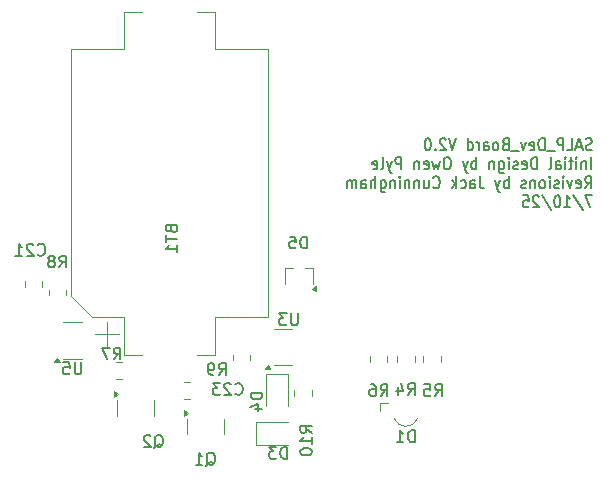
<source format=gbr>
%TF.GenerationSoftware,KiCad,Pcbnew,8.0.3*%
%TF.CreationDate,2025-07-10T12:51:07-07:00*%
%TF.ProjectId,salp_board_round,73616c70-5f62-46f6-9172-645f726f756e,rev?*%
%TF.SameCoordinates,Original*%
%TF.FileFunction,Legend,Bot*%
%TF.FilePolarity,Positive*%
%FSLAX46Y46*%
G04 Gerber Fmt 4.6, Leading zero omitted, Abs format (unit mm)*
G04 Created by KiCad (PCBNEW 8.0.3) date 2025-07-10 12:51:07*
%MOMM*%
%LPD*%
G01*
G04 APERTURE LIST*
%ADD10C,0.153000*%
%ADD11C,0.150000*%
%ADD12C,0.120000*%
G04 APERTURE END LIST*
D10*
X192227914Y-86992212D02*
X192099343Y-87039831D01*
X192099343Y-87039831D02*
X191885057Y-87039831D01*
X191885057Y-87039831D02*
X191799343Y-86992212D01*
X191799343Y-86992212D02*
X191756485Y-86944592D01*
X191756485Y-86944592D02*
X191713628Y-86849354D01*
X191713628Y-86849354D02*
X191713628Y-86754116D01*
X191713628Y-86754116D02*
X191756485Y-86658878D01*
X191756485Y-86658878D02*
X191799343Y-86611259D01*
X191799343Y-86611259D02*
X191885057Y-86563640D01*
X191885057Y-86563640D02*
X192056485Y-86516021D01*
X192056485Y-86516021D02*
X192142200Y-86468402D01*
X192142200Y-86468402D02*
X192185057Y-86420783D01*
X192185057Y-86420783D02*
X192227914Y-86325545D01*
X192227914Y-86325545D02*
X192227914Y-86230307D01*
X192227914Y-86230307D02*
X192185057Y-86135069D01*
X192185057Y-86135069D02*
X192142200Y-86087450D01*
X192142200Y-86087450D02*
X192056485Y-86039831D01*
X192056485Y-86039831D02*
X191842200Y-86039831D01*
X191842200Y-86039831D02*
X191713628Y-86087450D01*
X191370771Y-86754116D02*
X190942200Y-86754116D01*
X191456485Y-87039831D02*
X191156485Y-86039831D01*
X191156485Y-86039831D02*
X190856485Y-87039831D01*
X190127913Y-87039831D02*
X190556485Y-87039831D01*
X190556485Y-87039831D02*
X190556485Y-86039831D01*
X189827914Y-87039831D02*
X189827914Y-86039831D01*
X189827914Y-86039831D02*
X189485057Y-86039831D01*
X189485057Y-86039831D02*
X189399342Y-86087450D01*
X189399342Y-86087450D02*
X189356485Y-86135069D01*
X189356485Y-86135069D02*
X189313628Y-86230307D01*
X189313628Y-86230307D02*
X189313628Y-86373164D01*
X189313628Y-86373164D02*
X189356485Y-86468402D01*
X189356485Y-86468402D02*
X189399342Y-86516021D01*
X189399342Y-86516021D02*
X189485057Y-86563640D01*
X189485057Y-86563640D02*
X189827914Y-86563640D01*
X189142200Y-87135069D02*
X188456485Y-87135069D01*
X188242200Y-87039831D02*
X188242200Y-86039831D01*
X188242200Y-86039831D02*
X188027914Y-86039831D01*
X188027914Y-86039831D02*
X187899343Y-86087450D01*
X187899343Y-86087450D02*
X187813628Y-86182688D01*
X187813628Y-86182688D02*
X187770771Y-86277926D01*
X187770771Y-86277926D02*
X187727914Y-86468402D01*
X187727914Y-86468402D02*
X187727914Y-86611259D01*
X187727914Y-86611259D02*
X187770771Y-86801735D01*
X187770771Y-86801735D02*
X187813628Y-86896973D01*
X187813628Y-86896973D02*
X187899343Y-86992212D01*
X187899343Y-86992212D02*
X188027914Y-87039831D01*
X188027914Y-87039831D02*
X188242200Y-87039831D01*
X186999343Y-86992212D02*
X187085057Y-87039831D01*
X187085057Y-87039831D02*
X187256486Y-87039831D01*
X187256486Y-87039831D02*
X187342200Y-86992212D01*
X187342200Y-86992212D02*
X187385057Y-86896973D01*
X187385057Y-86896973D02*
X187385057Y-86516021D01*
X187385057Y-86516021D02*
X187342200Y-86420783D01*
X187342200Y-86420783D02*
X187256486Y-86373164D01*
X187256486Y-86373164D02*
X187085057Y-86373164D01*
X187085057Y-86373164D02*
X186999343Y-86420783D01*
X186999343Y-86420783D02*
X186956486Y-86516021D01*
X186956486Y-86516021D02*
X186956486Y-86611259D01*
X186956486Y-86611259D02*
X187385057Y-86706497D01*
X186656485Y-86373164D02*
X186442199Y-87039831D01*
X186442199Y-87039831D02*
X186227914Y-86373164D01*
X186099343Y-87135069D02*
X185413628Y-87135069D01*
X184899343Y-86516021D02*
X184770771Y-86563640D01*
X184770771Y-86563640D02*
X184727914Y-86611259D01*
X184727914Y-86611259D02*
X184685057Y-86706497D01*
X184685057Y-86706497D02*
X184685057Y-86849354D01*
X184685057Y-86849354D02*
X184727914Y-86944592D01*
X184727914Y-86944592D02*
X184770771Y-86992212D01*
X184770771Y-86992212D02*
X184856486Y-87039831D01*
X184856486Y-87039831D02*
X185199343Y-87039831D01*
X185199343Y-87039831D02*
X185199343Y-86039831D01*
X185199343Y-86039831D02*
X184899343Y-86039831D01*
X184899343Y-86039831D02*
X184813629Y-86087450D01*
X184813629Y-86087450D02*
X184770771Y-86135069D01*
X184770771Y-86135069D02*
X184727914Y-86230307D01*
X184727914Y-86230307D02*
X184727914Y-86325545D01*
X184727914Y-86325545D02*
X184770771Y-86420783D01*
X184770771Y-86420783D02*
X184813629Y-86468402D01*
X184813629Y-86468402D02*
X184899343Y-86516021D01*
X184899343Y-86516021D02*
X185199343Y-86516021D01*
X184170771Y-87039831D02*
X184256486Y-86992212D01*
X184256486Y-86992212D02*
X184299343Y-86944592D01*
X184299343Y-86944592D02*
X184342200Y-86849354D01*
X184342200Y-86849354D02*
X184342200Y-86563640D01*
X184342200Y-86563640D02*
X184299343Y-86468402D01*
X184299343Y-86468402D02*
X184256486Y-86420783D01*
X184256486Y-86420783D02*
X184170771Y-86373164D01*
X184170771Y-86373164D02*
X184042200Y-86373164D01*
X184042200Y-86373164D02*
X183956486Y-86420783D01*
X183956486Y-86420783D02*
X183913629Y-86468402D01*
X183913629Y-86468402D02*
X183870771Y-86563640D01*
X183870771Y-86563640D02*
X183870771Y-86849354D01*
X183870771Y-86849354D02*
X183913629Y-86944592D01*
X183913629Y-86944592D02*
X183956486Y-86992212D01*
X183956486Y-86992212D02*
X184042200Y-87039831D01*
X184042200Y-87039831D02*
X184170771Y-87039831D01*
X183099343Y-87039831D02*
X183099343Y-86516021D01*
X183099343Y-86516021D02*
X183142200Y-86420783D01*
X183142200Y-86420783D02*
X183227914Y-86373164D01*
X183227914Y-86373164D02*
X183399343Y-86373164D01*
X183399343Y-86373164D02*
X183485057Y-86420783D01*
X183099343Y-86992212D02*
X183185057Y-87039831D01*
X183185057Y-87039831D02*
X183399343Y-87039831D01*
X183399343Y-87039831D02*
X183485057Y-86992212D01*
X183485057Y-86992212D02*
X183527914Y-86896973D01*
X183527914Y-86896973D02*
X183527914Y-86801735D01*
X183527914Y-86801735D02*
X183485057Y-86706497D01*
X183485057Y-86706497D02*
X183399343Y-86658878D01*
X183399343Y-86658878D02*
X183185057Y-86658878D01*
X183185057Y-86658878D02*
X183099343Y-86611259D01*
X182670771Y-87039831D02*
X182670771Y-86373164D01*
X182670771Y-86563640D02*
X182627914Y-86468402D01*
X182627914Y-86468402D02*
X182585057Y-86420783D01*
X182585057Y-86420783D02*
X182499342Y-86373164D01*
X182499342Y-86373164D02*
X182413628Y-86373164D01*
X181727914Y-87039831D02*
X181727914Y-86039831D01*
X181727914Y-86992212D02*
X181813628Y-87039831D01*
X181813628Y-87039831D02*
X181985056Y-87039831D01*
X181985056Y-87039831D02*
X182070771Y-86992212D01*
X182070771Y-86992212D02*
X182113628Y-86944592D01*
X182113628Y-86944592D02*
X182156485Y-86849354D01*
X182156485Y-86849354D02*
X182156485Y-86563640D01*
X182156485Y-86563640D02*
X182113628Y-86468402D01*
X182113628Y-86468402D02*
X182070771Y-86420783D01*
X182070771Y-86420783D02*
X181985056Y-86373164D01*
X181985056Y-86373164D02*
X181813628Y-86373164D01*
X181813628Y-86373164D02*
X181727914Y-86420783D01*
X180742199Y-86039831D02*
X180442199Y-87039831D01*
X180442199Y-87039831D02*
X180142199Y-86039831D01*
X179885056Y-86135069D02*
X179842199Y-86087450D01*
X179842199Y-86087450D02*
X179756485Y-86039831D01*
X179756485Y-86039831D02*
X179542199Y-86039831D01*
X179542199Y-86039831D02*
X179456485Y-86087450D01*
X179456485Y-86087450D02*
X179413627Y-86135069D01*
X179413627Y-86135069D02*
X179370770Y-86230307D01*
X179370770Y-86230307D02*
X179370770Y-86325545D01*
X179370770Y-86325545D02*
X179413627Y-86468402D01*
X179413627Y-86468402D02*
X179927913Y-87039831D01*
X179927913Y-87039831D02*
X179370770Y-87039831D01*
X178985056Y-86944592D02*
X178942199Y-86992212D01*
X178942199Y-86992212D02*
X178985056Y-87039831D01*
X178985056Y-87039831D02*
X179027913Y-86992212D01*
X179027913Y-86992212D02*
X178985056Y-86944592D01*
X178985056Y-86944592D02*
X178985056Y-87039831D01*
X178385056Y-86039831D02*
X178299342Y-86039831D01*
X178299342Y-86039831D02*
X178213628Y-86087450D01*
X178213628Y-86087450D02*
X178170771Y-86135069D01*
X178170771Y-86135069D02*
X178127913Y-86230307D01*
X178127913Y-86230307D02*
X178085056Y-86420783D01*
X178085056Y-86420783D02*
X178085056Y-86658878D01*
X178085056Y-86658878D02*
X178127913Y-86849354D01*
X178127913Y-86849354D02*
X178170771Y-86944592D01*
X178170771Y-86944592D02*
X178213628Y-86992212D01*
X178213628Y-86992212D02*
X178299342Y-87039831D01*
X178299342Y-87039831D02*
X178385056Y-87039831D01*
X178385056Y-87039831D02*
X178470771Y-86992212D01*
X178470771Y-86992212D02*
X178513628Y-86944592D01*
X178513628Y-86944592D02*
X178556485Y-86849354D01*
X178556485Y-86849354D02*
X178599342Y-86658878D01*
X178599342Y-86658878D02*
X178599342Y-86420783D01*
X178599342Y-86420783D02*
X178556485Y-86230307D01*
X178556485Y-86230307D02*
X178513628Y-86135069D01*
X178513628Y-86135069D02*
X178470771Y-86087450D01*
X178470771Y-86087450D02*
X178385056Y-86039831D01*
X192185057Y-88649775D02*
X192185057Y-87649775D01*
X191756486Y-87983108D02*
X191756486Y-88649775D01*
X191756486Y-88078346D02*
X191713629Y-88030727D01*
X191713629Y-88030727D02*
X191627914Y-87983108D01*
X191627914Y-87983108D02*
X191499343Y-87983108D01*
X191499343Y-87983108D02*
X191413629Y-88030727D01*
X191413629Y-88030727D02*
X191370772Y-88125965D01*
X191370772Y-88125965D02*
X191370772Y-88649775D01*
X190942200Y-88649775D02*
X190942200Y-87983108D01*
X190942200Y-87649775D02*
X190985057Y-87697394D01*
X190985057Y-87697394D02*
X190942200Y-87745013D01*
X190942200Y-87745013D02*
X190899343Y-87697394D01*
X190899343Y-87697394D02*
X190942200Y-87649775D01*
X190942200Y-87649775D02*
X190942200Y-87745013D01*
X190642200Y-87983108D02*
X190299343Y-87983108D01*
X190513629Y-87649775D02*
X190513629Y-88506917D01*
X190513629Y-88506917D02*
X190470772Y-88602156D01*
X190470772Y-88602156D02*
X190385057Y-88649775D01*
X190385057Y-88649775D02*
X190299343Y-88649775D01*
X189999343Y-88649775D02*
X189999343Y-87983108D01*
X189999343Y-87649775D02*
X190042200Y-87697394D01*
X190042200Y-87697394D02*
X189999343Y-87745013D01*
X189999343Y-87745013D02*
X189956486Y-87697394D01*
X189956486Y-87697394D02*
X189999343Y-87649775D01*
X189999343Y-87649775D02*
X189999343Y-87745013D01*
X189185058Y-88649775D02*
X189185058Y-88125965D01*
X189185058Y-88125965D02*
X189227915Y-88030727D01*
X189227915Y-88030727D02*
X189313629Y-87983108D01*
X189313629Y-87983108D02*
X189485058Y-87983108D01*
X189485058Y-87983108D02*
X189570772Y-88030727D01*
X189185058Y-88602156D02*
X189270772Y-88649775D01*
X189270772Y-88649775D02*
X189485058Y-88649775D01*
X189485058Y-88649775D02*
X189570772Y-88602156D01*
X189570772Y-88602156D02*
X189613629Y-88506917D01*
X189613629Y-88506917D02*
X189613629Y-88411679D01*
X189613629Y-88411679D02*
X189570772Y-88316441D01*
X189570772Y-88316441D02*
X189485058Y-88268822D01*
X189485058Y-88268822D02*
X189270772Y-88268822D01*
X189270772Y-88268822D02*
X189185058Y-88221203D01*
X188627914Y-88649775D02*
X188713629Y-88602156D01*
X188713629Y-88602156D02*
X188756486Y-88506917D01*
X188756486Y-88506917D02*
X188756486Y-87649775D01*
X187599343Y-88649775D02*
X187599343Y-87649775D01*
X187599343Y-87649775D02*
X187385057Y-87649775D01*
X187385057Y-87649775D02*
X187256486Y-87697394D01*
X187256486Y-87697394D02*
X187170771Y-87792632D01*
X187170771Y-87792632D02*
X187127914Y-87887870D01*
X187127914Y-87887870D02*
X187085057Y-88078346D01*
X187085057Y-88078346D02*
X187085057Y-88221203D01*
X187085057Y-88221203D02*
X187127914Y-88411679D01*
X187127914Y-88411679D02*
X187170771Y-88506917D01*
X187170771Y-88506917D02*
X187256486Y-88602156D01*
X187256486Y-88602156D02*
X187385057Y-88649775D01*
X187385057Y-88649775D02*
X187599343Y-88649775D01*
X186356486Y-88602156D02*
X186442200Y-88649775D01*
X186442200Y-88649775D02*
X186613629Y-88649775D01*
X186613629Y-88649775D02*
X186699343Y-88602156D01*
X186699343Y-88602156D02*
X186742200Y-88506917D01*
X186742200Y-88506917D02*
X186742200Y-88125965D01*
X186742200Y-88125965D02*
X186699343Y-88030727D01*
X186699343Y-88030727D02*
X186613629Y-87983108D01*
X186613629Y-87983108D02*
X186442200Y-87983108D01*
X186442200Y-87983108D02*
X186356486Y-88030727D01*
X186356486Y-88030727D02*
X186313629Y-88125965D01*
X186313629Y-88125965D02*
X186313629Y-88221203D01*
X186313629Y-88221203D02*
X186742200Y-88316441D01*
X185970771Y-88602156D02*
X185885057Y-88649775D01*
X185885057Y-88649775D02*
X185713628Y-88649775D01*
X185713628Y-88649775D02*
X185627914Y-88602156D01*
X185627914Y-88602156D02*
X185585057Y-88506917D01*
X185585057Y-88506917D02*
X185585057Y-88459298D01*
X185585057Y-88459298D02*
X185627914Y-88364060D01*
X185627914Y-88364060D02*
X185713628Y-88316441D01*
X185713628Y-88316441D02*
X185842200Y-88316441D01*
X185842200Y-88316441D02*
X185927914Y-88268822D01*
X185927914Y-88268822D02*
X185970771Y-88173584D01*
X185970771Y-88173584D02*
X185970771Y-88125965D01*
X185970771Y-88125965D02*
X185927914Y-88030727D01*
X185927914Y-88030727D02*
X185842200Y-87983108D01*
X185842200Y-87983108D02*
X185713628Y-87983108D01*
X185713628Y-87983108D02*
X185627914Y-88030727D01*
X185199343Y-88649775D02*
X185199343Y-87983108D01*
X185199343Y-87649775D02*
X185242200Y-87697394D01*
X185242200Y-87697394D02*
X185199343Y-87745013D01*
X185199343Y-87745013D02*
X185156486Y-87697394D01*
X185156486Y-87697394D02*
X185199343Y-87649775D01*
X185199343Y-87649775D02*
X185199343Y-87745013D01*
X184385058Y-87983108D02*
X184385058Y-88792632D01*
X184385058Y-88792632D02*
X184427915Y-88887870D01*
X184427915Y-88887870D02*
X184470772Y-88935489D01*
X184470772Y-88935489D02*
X184556486Y-88983108D01*
X184556486Y-88983108D02*
X184685058Y-88983108D01*
X184685058Y-88983108D02*
X184770772Y-88935489D01*
X184385058Y-88602156D02*
X184470772Y-88649775D01*
X184470772Y-88649775D02*
X184642200Y-88649775D01*
X184642200Y-88649775D02*
X184727915Y-88602156D01*
X184727915Y-88602156D02*
X184770772Y-88554536D01*
X184770772Y-88554536D02*
X184813629Y-88459298D01*
X184813629Y-88459298D02*
X184813629Y-88173584D01*
X184813629Y-88173584D02*
X184770772Y-88078346D01*
X184770772Y-88078346D02*
X184727915Y-88030727D01*
X184727915Y-88030727D02*
X184642200Y-87983108D01*
X184642200Y-87983108D02*
X184470772Y-87983108D01*
X184470772Y-87983108D02*
X184385058Y-88030727D01*
X183956486Y-87983108D02*
X183956486Y-88649775D01*
X183956486Y-88078346D02*
X183913629Y-88030727D01*
X183913629Y-88030727D02*
X183827914Y-87983108D01*
X183827914Y-87983108D02*
X183699343Y-87983108D01*
X183699343Y-87983108D02*
X183613629Y-88030727D01*
X183613629Y-88030727D02*
X183570772Y-88125965D01*
X183570772Y-88125965D02*
X183570772Y-88649775D01*
X182456486Y-88649775D02*
X182456486Y-87649775D01*
X182456486Y-88030727D02*
X182370772Y-87983108D01*
X182370772Y-87983108D02*
X182199343Y-87983108D01*
X182199343Y-87983108D02*
X182113629Y-88030727D01*
X182113629Y-88030727D02*
X182070772Y-88078346D01*
X182070772Y-88078346D02*
X182027914Y-88173584D01*
X182027914Y-88173584D02*
X182027914Y-88459298D01*
X182027914Y-88459298D02*
X182070772Y-88554536D01*
X182070772Y-88554536D02*
X182113629Y-88602156D01*
X182113629Y-88602156D02*
X182199343Y-88649775D01*
X182199343Y-88649775D02*
X182370772Y-88649775D01*
X182370772Y-88649775D02*
X182456486Y-88602156D01*
X181727914Y-87983108D02*
X181513628Y-88649775D01*
X181299343Y-87983108D02*
X181513628Y-88649775D01*
X181513628Y-88649775D02*
X181599343Y-88887870D01*
X181599343Y-88887870D02*
X181642200Y-88935489D01*
X181642200Y-88935489D02*
X181727914Y-88983108D01*
X180099343Y-87649775D02*
X179927915Y-87649775D01*
X179927915Y-87649775D02*
X179842200Y-87697394D01*
X179842200Y-87697394D02*
X179756486Y-87792632D01*
X179756486Y-87792632D02*
X179713629Y-87983108D01*
X179713629Y-87983108D02*
X179713629Y-88316441D01*
X179713629Y-88316441D02*
X179756486Y-88506917D01*
X179756486Y-88506917D02*
X179842200Y-88602156D01*
X179842200Y-88602156D02*
X179927915Y-88649775D01*
X179927915Y-88649775D02*
X180099343Y-88649775D01*
X180099343Y-88649775D02*
X180185058Y-88602156D01*
X180185058Y-88602156D02*
X180270772Y-88506917D01*
X180270772Y-88506917D02*
X180313629Y-88316441D01*
X180313629Y-88316441D02*
X180313629Y-87983108D01*
X180313629Y-87983108D02*
X180270772Y-87792632D01*
X180270772Y-87792632D02*
X180185058Y-87697394D01*
X180185058Y-87697394D02*
X180099343Y-87649775D01*
X179413629Y-87983108D02*
X179242201Y-88649775D01*
X179242201Y-88649775D02*
X179070772Y-88173584D01*
X179070772Y-88173584D02*
X178899343Y-88649775D01*
X178899343Y-88649775D02*
X178727915Y-87983108D01*
X178042201Y-88602156D02*
X178127915Y-88649775D01*
X178127915Y-88649775D02*
X178299344Y-88649775D01*
X178299344Y-88649775D02*
X178385058Y-88602156D01*
X178385058Y-88602156D02*
X178427915Y-88506917D01*
X178427915Y-88506917D02*
X178427915Y-88125965D01*
X178427915Y-88125965D02*
X178385058Y-88030727D01*
X178385058Y-88030727D02*
X178299344Y-87983108D01*
X178299344Y-87983108D02*
X178127915Y-87983108D01*
X178127915Y-87983108D02*
X178042201Y-88030727D01*
X178042201Y-88030727D02*
X177999344Y-88125965D01*
X177999344Y-88125965D02*
X177999344Y-88221203D01*
X177999344Y-88221203D02*
X178427915Y-88316441D01*
X177613629Y-87983108D02*
X177613629Y-88649775D01*
X177613629Y-88078346D02*
X177570772Y-88030727D01*
X177570772Y-88030727D02*
X177485057Y-87983108D01*
X177485057Y-87983108D02*
X177356486Y-87983108D01*
X177356486Y-87983108D02*
X177270772Y-88030727D01*
X177270772Y-88030727D02*
X177227915Y-88125965D01*
X177227915Y-88125965D02*
X177227915Y-88649775D01*
X176113629Y-88649775D02*
X176113629Y-87649775D01*
X176113629Y-87649775D02*
X175770772Y-87649775D01*
X175770772Y-87649775D02*
X175685057Y-87697394D01*
X175685057Y-87697394D02*
X175642200Y-87745013D01*
X175642200Y-87745013D02*
X175599343Y-87840251D01*
X175599343Y-87840251D02*
X175599343Y-87983108D01*
X175599343Y-87983108D02*
X175642200Y-88078346D01*
X175642200Y-88078346D02*
X175685057Y-88125965D01*
X175685057Y-88125965D02*
X175770772Y-88173584D01*
X175770772Y-88173584D02*
X176113629Y-88173584D01*
X175299343Y-87983108D02*
X175085057Y-88649775D01*
X174870772Y-87983108D02*
X175085057Y-88649775D01*
X175085057Y-88649775D02*
X175170772Y-88887870D01*
X175170772Y-88887870D02*
X175213629Y-88935489D01*
X175213629Y-88935489D02*
X175299343Y-88983108D01*
X174399343Y-88649775D02*
X174485058Y-88602156D01*
X174485058Y-88602156D02*
X174527915Y-88506917D01*
X174527915Y-88506917D02*
X174527915Y-87649775D01*
X173713629Y-88602156D02*
X173799343Y-88649775D01*
X173799343Y-88649775D02*
X173970772Y-88649775D01*
X173970772Y-88649775D02*
X174056486Y-88602156D01*
X174056486Y-88602156D02*
X174099343Y-88506917D01*
X174099343Y-88506917D02*
X174099343Y-88125965D01*
X174099343Y-88125965D02*
X174056486Y-88030727D01*
X174056486Y-88030727D02*
X173970772Y-87983108D01*
X173970772Y-87983108D02*
X173799343Y-87983108D01*
X173799343Y-87983108D02*
X173713629Y-88030727D01*
X173713629Y-88030727D02*
X173670772Y-88125965D01*
X173670772Y-88125965D02*
X173670772Y-88221203D01*
X173670772Y-88221203D02*
X174099343Y-88316441D01*
X191670771Y-90259719D02*
X191970771Y-89783528D01*
X192185057Y-90259719D02*
X192185057Y-89259719D01*
X192185057Y-89259719D02*
X191842200Y-89259719D01*
X191842200Y-89259719D02*
X191756485Y-89307338D01*
X191756485Y-89307338D02*
X191713628Y-89354957D01*
X191713628Y-89354957D02*
X191670771Y-89450195D01*
X191670771Y-89450195D02*
X191670771Y-89593052D01*
X191670771Y-89593052D02*
X191713628Y-89688290D01*
X191713628Y-89688290D02*
X191756485Y-89735909D01*
X191756485Y-89735909D02*
X191842200Y-89783528D01*
X191842200Y-89783528D02*
X192185057Y-89783528D01*
X190942200Y-90212100D02*
X191027914Y-90259719D01*
X191027914Y-90259719D02*
X191199343Y-90259719D01*
X191199343Y-90259719D02*
X191285057Y-90212100D01*
X191285057Y-90212100D02*
X191327914Y-90116861D01*
X191327914Y-90116861D02*
X191327914Y-89735909D01*
X191327914Y-89735909D02*
X191285057Y-89640671D01*
X191285057Y-89640671D02*
X191199343Y-89593052D01*
X191199343Y-89593052D02*
X191027914Y-89593052D01*
X191027914Y-89593052D02*
X190942200Y-89640671D01*
X190942200Y-89640671D02*
X190899343Y-89735909D01*
X190899343Y-89735909D02*
X190899343Y-89831147D01*
X190899343Y-89831147D02*
X191327914Y-89926385D01*
X190599342Y-89593052D02*
X190385056Y-90259719D01*
X190385056Y-90259719D02*
X190170771Y-89593052D01*
X189827914Y-90259719D02*
X189827914Y-89593052D01*
X189827914Y-89259719D02*
X189870771Y-89307338D01*
X189870771Y-89307338D02*
X189827914Y-89354957D01*
X189827914Y-89354957D02*
X189785057Y-89307338D01*
X189785057Y-89307338D02*
X189827914Y-89259719D01*
X189827914Y-89259719D02*
X189827914Y-89354957D01*
X189442200Y-90212100D02*
X189356486Y-90259719D01*
X189356486Y-90259719D02*
X189185057Y-90259719D01*
X189185057Y-90259719D02*
X189099343Y-90212100D01*
X189099343Y-90212100D02*
X189056486Y-90116861D01*
X189056486Y-90116861D02*
X189056486Y-90069242D01*
X189056486Y-90069242D02*
X189099343Y-89974004D01*
X189099343Y-89974004D02*
X189185057Y-89926385D01*
X189185057Y-89926385D02*
X189313629Y-89926385D01*
X189313629Y-89926385D02*
X189399343Y-89878766D01*
X189399343Y-89878766D02*
X189442200Y-89783528D01*
X189442200Y-89783528D02*
X189442200Y-89735909D01*
X189442200Y-89735909D02*
X189399343Y-89640671D01*
X189399343Y-89640671D02*
X189313629Y-89593052D01*
X189313629Y-89593052D02*
X189185057Y-89593052D01*
X189185057Y-89593052D02*
X189099343Y-89640671D01*
X188670772Y-90259719D02*
X188670772Y-89593052D01*
X188670772Y-89259719D02*
X188713629Y-89307338D01*
X188713629Y-89307338D02*
X188670772Y-89354957D01*
X188670772Y-89354957D02*
X188627915Y-89307338D01*
X188627915Y-89307338D02*
X188670772Y-89259719D01*
X188670772Y-89259719D02*
X188670772Y-89354957D01*
X188113629Y-90259719D02*
X188199344Y-90212100D01*
X188199344Y-90212100D02*
X188242201Y-90164480D01*
X188242201Y-90164480D02*
X188285058Y-90069242D01*
X188285058Y-90069242D02*
X188285058Y-89783528D01*
X188285058Y-89783528D02*
X188242201Y-89688290D01*
X188242201Y-89688290D02*
X188199344Y-89640671D01*
X188199344Y-89640671D02*
X188113629Y-89593052D01*
X188113629Y-89593052D02*
X187985058Y-89593052D01*
X187985058Y-89593052D02*
X187899344Y-89640671D01*
X187899344Y-89640671D02*
X187856487Y-89688290D01*
X187856487Y-89688290D02*
X187813629Y-89783528D01*
X187813629Y-89783528D02*
X187813629Y-90069242D01*
X187813629Y-90069242D02*
X187856487Y-90164480D01*
X187856487Y-90164480D02*
X187899344Y-90212100D01*
X187899344Y-90212100D02*
X187985058Y-90259719D01*
X187985058Y-90259719D02*
X188113629Y-90259719D01*
X187427915Y-89593052D02*
X187427915Y-90259719D01*
X187427915Y-89688290D02*
X187385058Y-89640671D01*
X187385058Y-89640671D02*
X187299343Y-89593052D01*
X187299343Y-89593052D02*
X187170772Y-89593052D01*
X187170772Y-89593052D02*
X187085058Y-89640671D01*
X187085058Y-89640671D02*
X187042201Y-89735909D01*
X187042201Y-89735909D02*
X187042201Y-90259719D01*
X186656486Y-90212100D02*
X186570772Y-90259719D01*
X186570772Y-90259719D02*
X186399343Y-90259719D01*
X186399343Y-90259719D02*
X186313629Y-90212100D01*
X186313629Y-90212100D02*
X186270772Y-90116861D01*
X186270772Y-90116861D02*
X186270772Y-90069242D01*
X186270772Y-90069242D02*
X186313629Y-89974004D01*
X186313629Y-89974004D02*
X186399343Y-89926385D01*
X186399343Y-89926385D02*
X186527915Y-89926385D01*
X186527915Y-89926385D02*
X186613629Y-89878766D01*
X186613629Y-89878766D02*
X186656486Y-89783528D01*
X186656486Y-89783528D02*
X186656486Y-89735909D01*
X186656486Y-89735909D02*
X186613629Y-89640671D01*
X186613629Y-89640671D02*
X186527915Y-89593052D01*
X186527915Y-89593052D02*
X186399343Y-89593052D01*
X186399343Y-89593052D02*
X186313629Y-89640671D01*
X185199344Y-90259719D02*
X185199344Y-89259719D01*
X185199344Y-89640671D02*
X185113630Y-89593052D01*
X185113630Y-89593052D02*
X184942201Y-89593052D01*
X184942201Y-89593052D02*
X184856487Y-89640671D01*
X184856487Y-89640671D02*
X184813630Y-89688290D01*
X184813630Y-89688290D02*
X184770772Y-89783528D01*
X184770772Y-89783528D02*
X184770772Y-90069242D01*
X184770772Y-90069242D02*
X184813630Y-90164480D01*
X184813630Y-90164480D02*
X184856487Y-90212100D01*
X184856487Y-90212100D02*
X184942201Y-90259719D01*
X184942201Y-90259719D02*
X185113630Y-90259719D01*
X185113630Y-90259719D02*
X185199344Y-90212100D01*
X184470772Y-89593052D02*
X184256486Y-90259719D01*
X184042201Y-89593052D02*
X184256486Y-90259719D01*
X184256486Y-90259719D02*
X184342201Y-90497814D01*
X184342201Y-90497814D02*
X184385058Y-90545433D01*
X184385058Y-90545433D02*
X184470772Y-90593052D01*
X182756487Y-89259719D02*
X182756487Y-89974004D01*
X182756487Y-89974004D02*
X182799344Y-90116861D01*
X182799344Y-90116861D02*
X182885058Y-90212100D01*
X182885058Y-90212100D02*
X183013630Y-90259719D01*
X183013630Y-90259719D02*
X183099344Y-90259719D01*
X181942202Y-90259719D02*
X181942202Y-89735909D01*
X181942202Y-89735909D02*
X181985059Y-89640671D01*
X181985059Y-89640671D02*
X182070773Y-89593052D01*
X182070773Y-89593052D02*
X182242202Y-89593052D01*
X182242202Y-89593052D02*
X182327916Y-89640671D01*
X181942202Y-90212100D02*
X182027916Y-90259719D01*
X182027916Y-90259719D02*
X182242202Y-90259719D01*
X182242202Y-90259719D02*
X182327916Y-90212100D01*
X182327916Y-90212100D02*
X182370773Y-90116861D01*
X182370773Y-90116861D02*
X182370773Y-90021623D01*
X182370773Y-90021623D02*
X182327916Y-89926385D01*
X182327916Y-89926385D02*
X182242202Y-89878766D01*
X182242202Y-89878766D02*
X182027916Y-89878766D01*
X182027916Y-89878766D02*
X181942202Y-89831147D01*
X181127916Y-90212100D02*
X181213630Y-90259719D01*
X181213630Y-90259719D02*
X181385058Y-90259719D01*
X181385058Y-90259719D02*
X181470773Y-90212100D01*
X181470773Y-90212100D02*
X181513630Y-90164480D01*
X181513630Y-90164480D02*
X181556487Y-90069242D01*
X181556487Y-90069242D02*
X181556487Y-89783528D01*
X181556487Y-89783528D02*
X181513630Y-89688290D01*
X181513630Y-89688290D02*
X181470773Y-89640671D01*
X181470773Y-89640671D02*
X181385058Y-89593052D01*
X181385058Y-89593052D02*
X181213630Y-89593052D01*
X181213630Y-89593052D02*
X181127916Y-89640671D01*
X180742201Y-90259719D02*
X180742201Y-89259719D01*
X180656487Y-89878766D02*
X180399344Y-90259719D01*
X180399344Y-89593052D02*
X180742201Y-89974004D01*
X178813630Y-90164480D02*
X178856487Y-90212100D01*
X178856487Y-90212100D02*
X178985059Y-90259719D01*
X178985059Y-90259719D02*
X179070773Y-90259719D01*
X179070773Y-90259719D02*
X179199344Y-90212100D01*
X179199344Y-90212100D02*
X179285059Y-90116861D01*
X179285059Y-90116861D02*
X179327916Y-90021623D01*
X179327916Y-90021623D02*
X179370773Y-89831147D01*
X179370773Y-89831147D02*
X179370773Y-89688290D01*
X179370773Y-89688290D02*
X179327916Y-89497814D01*
X179327916Y-89497814D02*
X179285059Y-89402576D01*
X179285059Y-89402576D02*
X179199344Y-89307338D01*
X179199344Y-89307338D02*
X179070773Y-89259719D01*
X179070773Y-89259719D02*
X178985059Y-89259719D01*
X178985059Y-89259719D02*
X178856487Y-89307338D01*
X178856487Y-89307338D02*
X178813630Y-89354957D01*
X178042202Y-89593052D02*
X178042202Y-90259719D01*
X178427916Y-89593052D02*
X178427916Y-90116861D01*
X178427916Y-90116861D02*
X178385059Y-90212100D01*
X178385059Y-90212100D02*
X178299344Y-90259719D01*
X178299344Y-90259719D02*
X178170773Y-90259719D01*
X178170773Y-90259719D02*
X178085059Y-90212100D01*
X178085059Y-90212100D02*
X178042202Y-90164480D01*
X177613630Y-89593052D02*
X177613630Y-90259719D01*
X177613630Y-89688290D02*
X177570773Y-89640671D01*
X177570773Y-89640671D02*
X177485058Y-89593052D01*
X177485058Y-89593052D02*
X177356487Y-89593052D01*
X177356487Y-89593052D02*
X177270773Y-89640671D01*
X177270773Y-89640671D02*
X177227916Y-89735909D01*
X177227916Y-89735909D02*
X177227916Y-90259719D01*
X176799344Y-89593052D02*
X176799344Y-90259719D01*
X176799344Y-89688290D02*
X176756487Y-89640671D01*
X176756487Y-89640671D02*
X176670772Y-89593052D01*
X176670772Y-89593052D02*
X176542201Y-89593052D01*
X176542201Y-89593052D02*
X176456487Y-89640671D01*
X176456487Y-89640671D02*
X176413630Y-89735909D01*
X176413630Y-89735909D02*
X176413630Y-90259719D01*
X175985058Y-90259719D02*
X175985058Y-89593052D01*
X175985058Y-89259719D02*
X176027915Y-89307338D01*
X176027915Y-89307338D02*
X175985058Y-89354957D01*
X175985058Y-89354957D02*
X175942201Y-89307338D01*
X175942201Y-89307338D02*
X175985058Y-89259719D01*
X175985058Y-89259719D02*
X175985058Y-89354957D01*
X175556487Y-89593052D02*
X175556487Y-90259719D01*
X175556487Y-89688290D02*
X175513630Y-89640671D01*
X175513630Y-89640671D02*
X175427915Y-89593052D01*
X175427915Y-89593052D02*
X175299344Y-89593052D01*
X175299344Y-89593052D02*
X175213630Y-89640671D01*
X175213630Y-89640671D02*
X175170773Y-89735909D01*
X175170773Y-89735909D02*
X175170773Y-90259719D01*
X174356487Y-89593052D02*
X174356487Y-90402576D01*
X174356487Y-90402576D02*
X174399344Y-90497814D01*
X174399344Y-90497814D02*
X174442201Y-90545433D01*
X174442201Y-90545433D02*
X174527915Y-90593052D01*
X174527915Y-90593052D02*
X174656487Y-90593052D01*
X174656487Y-90593052D02*
X174742201Y-90545433D01*
X174356487Y-90212100D02*
X174442201Y-90259719D01*
X174442201Y-90259719D02*
X174613629Y-90259719D01*
X174613629Y-90259719D02*
X174699344Y-90212100D01*
X174699344Y-90212100D02*
X174742201Y-90164480D01*
X174742201Y-90164480D02*
X174785058Y-90069242D01*
X174785058Y-90069242D02*
X174785058Y-89783528D01*
X174785058Y-89783528D02*
X174742201Y-89688290D01*
X174742201Y-89688290D02*
X174699344Y-89640671D01*
X174699344Y-89640671D02*
X174613629Y-89593052D01*
X174613629Y-89593052D02*
X174442201Y-89593052D01*
X174442201Y-89593052D02*
X174356487Y-89640671D01*
X173927915Y-90259719D02*
X173927915Y-89259719D01*
X173542201Y-90259719D02*
X173542201Y-89735909D01*
X173542201Y-89735909D02*
X173585058Y-89640671D01*
X173585058Y-89640671D02*
X173670772Y-89593052D01*
X173670772Y-89593052D02*
X173799343Y-89593052D01*
X173799343Y-89593052D02*
X173885058Y-89640671D01*
X173885058Y-89640671D02*
X173927915Y-89688290D01*
X172727915Y-90259719D02*
X172727915Y-89735909D01*
X172727915Y-89735909D02*
X172770772Y-89640671D01*
X172770772Y-89640671D02*
X172856486Y-89593052D01*
X172856486Y-89593052D02*
X173027915Y-89593052D01*
X173027915Y-89593052D02*
X173113629Y-89640671D01*
X172727915Y-90212100D02*
X172813629Y-90259719D01*
X172813629Y-90259719D02*
X173027915Y-90259719D01*
X173027915Y-90259719D02*
X173113629Y-90212100D01*
X173113629Y-90212100D02*
X173156486Y-90116861D01*
X173156486Y-90116861D02*
X173156486Y-90021623D01*
X173156486Y-90021623D02*
X173113629Y-89926385D01*
X173113629Y-89926385D02*
X173027915Y-89878766D01*
X173027915Y-89878766D02*
X172813629Y-89878766D01*
X172813629Y-89878766D02*
X172727915Y-89831147D01*
X172299343Y-90259719D02*
X172299343Y-89593052D01*
X172299343Y-89688290D02*
X172256486Y-89640671D01*
X172256486Y-89640671D02*
X172170771Y-89593052D01*
X172170771Y-89593052D02*
X172042200Y-89593052D01*
X172042200Y-89593052D02*
X171956486Y-89640671D01*
X171956486Y-89640671D02*
X171913629Y-89735909D01*
X171913629Y-89735909D02*
X171913629Y-90259719D01*
X171913629Y-89735909D02*
X171870771Y-89640671D01*
X171870771Y-89640671D02*
X171785057Y-89593052D01*
X171785057Y-89593052D02*
X171656486Y-89593052D01*
X171656486Y-89593052D02*
X171570771Y-89640671D01*
X171570771Y-89640671D02*
X171527914Y-89735909D01*
X171527914Y-89735909D02*
X171527914Y-90259719D01*
X192270771Y-90869663D02*
X191670771Y-90869663D01*
X191670771Y-90869663D02*
X192056485Y-91869663D01*
X190685057Y-90822044D02*
X191456485Y-92107758D01*
X189913628Y-91869663D02*
X190427914Y-91869663D01*
X190170771Y-91869663D02*
X190170771Y-90869663D01*
X190170771Y-90869663D02*
X190256485Y-91012520D01*
X190256485Y-91012520D02*
X190342200Y-91107758D01*
X190342200Y-91107758D02*
X190427914Y-91155377D01*
X189356485Y-90869663D02*
X189270771Y-90869663D01*
X189270771Y-90869663D02*
X189185057Y-90917282D01*
X189185057Y-90917282D02*
X189142200Y-90964901D01*
X189142200Y-90964901D02*
X189099342Y-91060139D01*
X189099342Y-91060139D02*
X189056485Y-91250615D01*
X189056485Y-91250615D02*
X189056485Y-91488710D01*
X189056485Y-91488710D02*
X189099342Y-91679186D01*
X189099342Y-91679186D02*
X189142200Y-91774424D01*
X189142200Y-91774424D02*
X189185057Y-91822044D01*
X189185057Y-91822044D02*
X189270771Y-91869663D01*
X189270771Y-91869663D02*
X189356485Y-91869663D01*
X189356485Y-91869663D02*
X189442200Y-91822044D01*
X189442200Y-91822044D02*
X189485057Y-91774424D01*
X189485057Y-91774424D02*
X189527914Y-91679186D01*
X189527914Y-91679186D02*
X189570771Y-91488710D01*
X189570771Y-91488710D02*
X189570771Y-91250615D01*
X189570771Y-91250615D02*
X189527914Y-91060139D01*
X189527914Y-91060139D02*
X189485057Y-90964901D01*
X189485057Y-90964901D02*
X189442200Y-90917282D01*
X189442200Y-90917282D02*
X189356485Y-90869663D01*
X188027914Y-90822044D02*
X188799342Y-92107758D01*
X187770771Y-90964901D02*
X187727914Y-90917282D01*
X187727914Y-90917282D02*
X187642200Y-90869663D01*
X187642200Y-90869663D02*
X187427914Y-90869663D01*
X187427914Y-90869663D02*
X187342200Y-90917282D01*
X187342200Y-90917282D02*
X187299342Y-90964901D01*
X187299342Y-90964901D02*
X187256485Y-91060139D01*
X187256485Y-91060139D02*
X187256485Y-91155377D01*
X187256485Y-91155377D02*
X187299342Y-91298234D01*
X187299342Y-91298234D02*
X187813628Y-91869663D01*
X187813628Y-91869663D02*
X187256485Y-91869663D01*
X186442199Y-90869663D02*
X186870771Y-90869663D01*
X186870771Y-90869663D02*
X186913628Y-91345853D01*
X186913628Y-91345853D02*
X186870771Y-91298234D01*
X186870771Y-91298234D02*
X186785057Y-91250615D01*
X186785057Y-91250615D02*
X186570771Y-91250615D01*
X186570771Y-91250615D02*
X186485057Y-91298234D01*
X186485057Y-91298234D02*
X186442199Y-91345853D01*
X186442199Y-91345853D02*
X186399342Y-91441091D01*
X186399342Y-91441091D02*
X186399342Y-91679186D01*
X186399342Y-91679186D02*
X186442199Y-91774424D01*
X186442199Y-91774424D02*
X186485057Y-91822044D01*
X186485057Y-91822044D02*
X186570771Y-91869663D01*
X186570771Y-91869663D02*
X186785057Y-91869663D01*
X186785057Y-91869663D02*
X186870771Y-91822044D01*
X186870771Y-91822044D02*
X186913628Y-91774424D01*
D11*
X147166666Y-96954819D02*
X147499999Y-96478628D01*
X147738094Y-96954819D02*
X147738094Y-95954819D01*
X147738094Y-95954819D02*
X147357142Y-95954819D01*
X147357142Y-95954819D02*
X147261904Y-96002438D01*
X147261904Y-96002438D02*
X147214285Y-96050057D01*
X147214285Y-96050057D02*
X147166666Y-96145295D01*
X147166666Y-96145295D02*
X147166666Y-96288152D01*
X147166666Y-96288152D02*
X147214285Y-96383390D01*
X147214285Y-96383390D02*
X147261904Y-96431009D01*
X147261904Y-96431009D02*
X147357142Y-96478628D01*
X147357142Y-96478628D02*
X147738094Y-96478628D01*
X146595237Y-96383390D02*
X146690475Y-96335771D01*
X146690475Y-96335771D02*
X146738094Y-96288152D01*
X146738094Y-96288152D02*
X146785713Y-96192914D01*
X146785713Y-96192914D02*
X146785713Y-96145295D01*
X146785713Y-96145295D02*
X146738094Y-96050057D01*
X146738094Y-96050057D02*
X146690475Y-96002438D01*
X146690475Y-96002438D02*
X146595237Y-95954819D01*
X146595237Y-95954819D02*
X146404761Y-95954819D01*
X146404761Y-95954819D02*
X146309523Y-96002438D01*
X146309523Y-96002438D02*
X146261904Y-96050057D01*
X146261904Y-96050057D02*
X146214285Y-96145295D01*
X146214285Y-96145295D02*
X146214285Y-96192914D01*
X146214285Y-96192914D02*
X146261904Y-96288152D01*
X146261904Y-96288152D02*
X146309523Y-96335771D01*
X146309523Y-96335771D02*
X146404761Y-96383390D01*
X146404761Y-96383390D02*
X146595237Y-96383390D01*
X146595237Y-96383390D02*
X146690475Y-96431009D01*
X146690475Y-96431009D02*
X146738094Y-96478628D01*
X146738094Y-96478628D02*
X146785713Y-96573866D01*
X146785713Y-96573866D02*
X146785713Y-96764342D01*
X146785713Y-96764342D02*
X146738094Y-96859580D01*
X146738094Y-96859580D02*
X146690475Y-96907200D01*
X146690475Y-96907200D02*
X146595237Y-96954819D01*
X146595237Y-96954819D02*
X146404761Y-96954819D01*
X146404761Y-96954819D02*
X146309523Y-96907200D01*
X146309523Y-96907200D02*
X146261904Y-96859580D01*
X146261904Y-96859580D02*
X146214285Y-96764342D01*
X146214285Y-96764342D02*
X146214285Y-96573866D01*
X146214285Y-96573866D02*
X146261904Y-96478628D01*
X146261904Y-96478628D02*
X146309523Y-96431009D01*
X146309523Y-96431009D02*
X146404761Y-96383390D01*
X155195238Y-112250057D02*
X155290476Y-112202438D01*
X155290476Y-112202438D02*
X155385714Y-112107200D01*
X155385714Y-112107200D02*
X155528571Y-111964342D01*
X155528571Y-111964342D02*
X155623809Y-111916723D01*
X155623809Y-111916723D02*
X155719047Y-111916723D01*
X155671428Y-112154819D02*
X155766666Y-112107200D01*
X155766666Y-112107200D02*
X155861904Y-112011961D01*
X155861904Y-112011961D02*
X155909523Y-111821485D01*
X155909523Y-111821485D02*
X155909523Y-111488152D01*
X155909523Y-111488152D02*
X155861904Y-111297676D01*
X155861904Y-111297676D02*
X155766666Y-111202438D01*
X155766666Y-111202438D02*
X155671428Y-111154819D01*
X155671428Y-111154819D02*
X155480952Y-111154819D01*
X155480952Y-111154819D02*
X155385714Y-111202438D01*
X155385714Y-111202438D02*
X155290476Y-111297676D01*
X155290476Y-111297676D02*
X155242857Y-111488152D01*
X155242857Y-111488152D02*
X155242857Y-111821485D01*
X155242857Y-111821485D02*
X155290476Y-112011961D01*
X155290476Y-112011961D02*
X155385714Y-112107200D01*
X155385714Y-112107200D02*
X155480952Y-112154819D01*
X155480952Y-112154819D02*
X155671428Y-112154819D01*
X154861904Y-111250057D02*
X154814285Y-111202438D01*
X154814285Y-111202438D02*
X154719047Y-111154819D01*
X154719047Y-111154819D02*
X154480952Y-111154819D01*
X154480952Y-111154819D02*
X154385714Y-111202438D01*
X154385714Y-111202438D02*
X154338095Y-111250057D01*
X154338095Y-111250057D02*
X154290476Y-111345295D01*
X154290476Y-111345295D02*
X154290476Y-111440533D01*
X154290476Y-111440533D02*
X154338095Y-111583390D01*
X154338095Y-111583390D02*
X154909523Y-112154819D01*
X154909523Y-112154819D02*
X154290476Y-112154819D01*
X159595238Y-113750057D02*
X159690476Y-113702438D01*
X159690476Y-113702438D02*
X159785714Y-113607200D01*
X159785714Y-113607200D02*
X159928571Y-113464342D01*
X159928571Y-113464342D02*
X160023809Y-113416723D01*
X160023809Y-113416723D02*
X160119047Y-113416723D01*
X160071428Y-113654819D02*
X160166666Y-113607200D01*
X160166666Y-113607200D02*
X160261904Y-113511961D01*
X160261904Y-113511961D02*
X160309523Y-113321485D01*
X160309523Y-113321485D02*
X160309523Y-112988152D01*
X160309523Y-112988152D02*
X160261904Y-112797676D01*
X160261904Y-112797676D02*
X160166666Y-112702438D01*
X160166666Y-112702438D02*
X160071428Y-112654819D01*
X160071428Y-112654819D02*
X159880952Y-112654819D01*
X159880952Y-112654819D02*
X159785714Y-112702438D01*
X159785714Y-112702438D02*
X159690476Y-112797676D01*
X159690476Y-112797676D02*
X159642857Y-112988152D01*
X159642857Y-112988152D02*
X159642857Y-113321485D01*
X159642857Y-113321485D02*
X159690476Y-113511961D01*
X159690476Y-113511961D02*
X159785714Y-113607200D01*
X159785714Y-113607200D02*
X159880952Y-113654819D01*
X159880952Y-113654819D02*
X160071428Y-113654819D01*
X158690476Y-113654819D02*
X159261904Y-113654819D01*
X158976190Y-113654819D02*
X158976190Y-112654819D01*
X158976190Y-112654819D02*
X159071428Y-112797676D01*
X159071428Y-112797676D02*
X159166666Y-112892914D01*
X159166666Y-112892914D02*
X159261904Y-112940533D01*
X160666666Y-106054819D02*
X160999999Y-105578628D01*
X161238094Y-106054819D02*
X161238094Y-105054819D01*
X161238094Y-105054819D02*
X160857142Y-105054819D01*
X160857142Y-105054819D02*
X160761904Y-105102438D01*
X160761904Y-105102438D02*
X160714285Y-105150057D01*
X160714285Y-105150057D02*
X160666666Y-105245295D01*
X160666666Y-105245295D02*
X160666666Y-105388152D01*
X160666666Y-105388152D02*
X160714285Y-105483390D01*
X160714285Y-105483390D02*
X160761904Y-105531009D01*
X160761904Y-105531009D02*
X160857142Y-105578628D01*
X160857142Y-105578628D02*
X161238094Y-105578628D01*
X160190475Y-106054819D02*
X159999999Y-106054819D01*
X159999999Y-106054819D02*
X159904761Y-106007200D01*
X159904761Y-106007200D02*
X159857142Y-105959580D01*
X159857142Y-105959580D02*
X159761904Y-105816723D01*
X159761904Y-105816723D02*
X159714285Y-105626247D01*
X159714285Y-105626247D02*
X159714285Y-105245295D01*
X159714285Y-105245295D02*
X159761904Y-105150057D01*
X159761904Y-105150057D02*
X159809523Y-105102438D01*
X159809523Y-105102438D02*
X159904761Y-105054819D01*
X159904761Y-105054819D02*
X160095237Y-105054819D01*
X160095237Y-105054819D02*
X160190475Y-105102438D01*
X160190475Y-105102438D02*
X160238094Y-105150057D01*
X160238094Y-105150057D02*
X160285713Y-105245295D01*
X160285713Y-105245295D02*
X160285713Y-105483390D01*
X160285713Y-105483390D02*
X160238094Y-105578628D01*
X160238094Y-105578628D02*
X160190475Y-105626247D01*
X160190475Y-105626247D02*
X160095237Y-105673866D01*
X160095237Y-105673866D02*
X159904761Y-105673866D01*
X159904761Y-105673866D02*
X159809523Y-105626247D01*
X159809523Y-105626247D02*
X159761904Y-105578628D01*
X159761904Y-105578628D02*
X159714285Y-105483390D01*
X156631009Y-93714285D02*
X156678628Y-93857142D01*
X156678628Y-93857142D02*
X156726247Y-93904761D01*
X156726247Y-93904761D02*
X156821485Y-93952380D01*
X156821485Y-93952380D02*
X156964342Y-93952380D01*
X156964342Y-93952380D02*
X157059580Y-93904761D01*
X157059580Y-93904761D02*
X157107200Y-93857142D01*
X157107200Y-93857142D02*
X157154819Y-93761904D01*
X157154819Y-93761904D02*
X157154819Y-93380952D01*
X157154819Y-93380952D02*
X156154819Y-93380952D01*
X156154819Y-93380952D02*
X156154819Y-93714285D01*
X156154819Y-93714285D02*
X156202438Y-93809523D01*
X156202438Y-93809523D02*
X156250057Y-93857142D01*
X156250057Y-93857142D02*
X156345295Y-93904761D01*
X156345295Y-93904761D02*
X156440533Y-93904761D01*
X156440533Y-93904761D02*
X156535771Y-93857142D01*
X156535771Y-93857142D02*
X156583390Y-93809523D01*
X156583390Y-93809523D02*
X156631009Y-93714285D01*
X156631009Y-93714285D02*
X156631009Y-93380952D01*
X156154819Y-94238095D02*
X156154819Y-94809523D01*
X157154819Y-94523809D02*
X156154819Y-94523809D01*
X157154819Y-95666666D02*
X157154819Y-95095238D01*
X157154819Y-95380952D02*
X156154819Y-95380952D01*
X156154819Y-95380952D02*
X156297676Y-95285714D01*
X156297676Y-95285714D02*
X156392914Y-95190476D01*
X156392914Y-95190476D02*
X156440533Y-95095238D01*
X168554819Y-110957142D02*
X168078628Y-110623809D01*
X168554819Y-110385714D02*
X167554819Y-110385714D01*
X167554819Y-110385714D02*
X167554819Y-110766666D01*
X167554819Y-110766666D02*
X167602438Y-110861904D01*
X167602438Y-110861904D02*
X167650057Y-110909523D01*
X167650057Y-110909523D02*
X167745295Y-110957142D01*
X167745295Y-110957142D02*
X167888152Y-110957142D01*
X167888152Y-110957142D02*
X167983390Y-110909523D01*
X167983390Y-110909523D02*
X168031009Y-110861904D01*
X168031009Y-110861904D02*
X168078628Y-110766666D01*
X168078628Y-110766666D02*
X168078628Y-110385714D01*
X168554819Y-111909523D02*
X168554819Y-111338095D01*
X168554819Y-111623809D02*
X167554819Y-111623809D01*
X167554819Y-111623809D02*
X167697676Y-111528571D01*
X167697676Y-111528571D02*
X167792914Y-111433333D01*
X167792914Y-111433333D02*
X167840533Y-111338095D01*
X167554819Y-112528571D02*
X167554819Y-112623809D01*
X167554819Y-112623809D02*
X167602438Y-112719047D01*
X167602438Y-112719047D02*
X167650057Y-112766666D01*
X167650057Y-112766666D02*
X167745295Y-112814285D01*
X167745295Y-112814285D02*
X167935771Y-112861904D01*
X167935771Y-112861904D02*
X168173866Y-112861904D01*
X168173866Y-112861904D02*
X168364342Y-112814285D01*
X168364342Y-112814285D02*
X168459580Y-112766666D01*
X168459580Y-112766666D02*
X168507200Y-112719047D01*
X168507200Y-112719047D02*
X168554819Y-112623809D01*
X168554819Y-112623809D02*
X168554819Y-112528571D01*
X168554819Y-112528571D02*
X168507200Y-112433333D01*
X168507200Y-112433333D02*
X168459580Y-112385714D01*
X168459580Y-112385714D02*
X168364342Y-112338095D01*
X168364342Y-112338095D02*
X168173866Y-112290476D01*
X168173866Y-112290476D02*
X167935771Y-112290476D01*
X167935771Y-112290476D02*
X167745295Y-112338095D01*
X167745295Y-112338095D02*
X167650057Y-112385714D01*
X167650057Y-112385714D02*
X167602438Y-112433333D01*
X167602438Y-112433333D02*
X167554819Y-112528571D01*
X166438094Y-113154819D02*
X166438094Y-112154819D01*
X166438094Y-112154819D02*
X166199999Y-112154819D01*
X166199999Y-112154819D02*
X166057142Y-112202438D01*
X166057142Y-112202438D02*
X165961904Y-112297676D01*
X165961904Y-112297676D02*
X165914285Y-112392914D01*
X165914285Y-112392914D02*
X165866666Y-112583390D01*
X165866666Y-112583390D02*
X165866666Y-112726247D01*
X165866666Y-112726247D02*
X165914285Y-112916723D01*
X165914285Y-112916723D02*
X165961904Y-113011961D01*
X165961904Y-113011961D02*
X166057142Y-113107200D01*
X166057142Y-113107200D02*
X166199999Y-113154819D01*
X166199999Y-113154819D02*
X166438094Y-113154819D01*
X165533332Y-112154819D02*
X164914285Y-112154819D01*
X164914285Y-112154819D02*
X165247618Y-112535771D01*
X165247618Y-112535771D02*
X165104761Y-112535771D01*
X165104761Y-112535771D02*
X165009523Y-112583390D01*
X165009523Y-112583390D02*
X164961904Y-112631009D01*
X164961904Y-112631009D02*
X164914285Y-112726247D01*
X164914285Y-112726247D02*
X164914285Y-112964342D01*
X164914285Y-112964342D02*
X164961904Y-113059580D01*
X164961904Y-113059580D02*
X165009523Y-113107200D01*
X165009523Y-113107200D02*
X165104761Y-113154819D01*
X165104761Y-113154819D02*
X165390475Y-113154819D01*
X165390475Y-113154819D02*
X165485713Y-113107200D01*
X165485713Y-113107200D02*
X165533332Y-113059580D01*
X164354819Y-107561905D02*
X163354819Y-107561905D01*
X163354819Y-107561905D02*
X163354819Y-107800000D01*
X163354819Y-107800000D02*
X163402438Y-107942857D01*
X163402438Y-107942857D02*
X163497676Y-108038095D01*
X163497676Y-108038095D02*
X163592914Y-108085714D01*
X163592914Y-108085714D02*
X163783390Y-108133333D01*
X163783390Y-108133333D02*
X163926247Y-108133333D01*
X163926247Y-108133333D02*
X164116723Y-108085714D01*
X164116723Y-108085714D02*
X164211961Y-108038095D01*
X164211961Y-108038095D02*
X164307200Y-107942857D01*
X164307200Y-107942857D02*
X164354819Y-107800000D01*
X164354819Y-107800000D02*
X164354819Y-107561905D01*
X163688152Y-108990476D02*
X164354819Y-108990476D01*
X163307200Y-108752381D02*
X164021485Y-108514286D01*
X164021485Y-108514286D02*
X164021485Y-109133333D01*
X177238094Y-111754819D02*
X177238094Y-110754819D01*
X177238094Y-110754819D02*
X176999999Y-110754819D01*
X176999999Y-110754819D02*
X176857142Y-110802438D01*
X176857142Y-110802438D02*
X176761904Y-110897676D01*
X176761904Y-110897676D02*
X176714285Y-110992914D01*
X176714285Y-110992914D02*
X176666666Y-111183390D01*
X176666666Y-111183390D02*
X176666666Y-111326247D01*
X176666666Y-111326247D02*
X176714285Y-111516723D01*
X176714285Y-111516723D02*
X176761904Y-111611961D01*
X176761904Y-111611961D02*
X176857142Y-111707200D01*
X176857142Y-111707200D02*
X176999999Y-111754819D01*
X176999999Y-111754819D02*
X177238094Y-111754819D01*
X175714285Y-111754819D02*
X176285713Y-111754819D01*
X175999999Y-111754819D02*
X175999999Y-110754819D01*
X175999999Y-110754819D02*
X176095237Y-110897676D01*
X176095237Y-110897676D02*
X176190475Y-110992914D01*
X176190475Y-110992914D02*
X176285713Y-111040533D01*
X168138094Y-95354819D02*
X168138094Y-94354819D01*
X168138094Y-94354819D02*
X167899999Y-94354819D01*
X167899999Y-94354819D02*
X167757142Y-94402438D01*
X167757142Y-94402438D02*
X167661904Y-94497676D01*
X167661904Y-94497676D02*
X167614285Y-94592914D01*
X167614285Y-94592914D02*
X167566666Y-94783390D01*
X167566666Y-94783390D02*
X167566666Y-94926247D01*
X167566666Y-94926247D02*
X167614285Y-95116723D01*
X167614285Y-95116723D02*
X167661904Y-95211961D01*
X167661904Y-95211961D02*
X167757142Y-95307200D01*
X167757142Y-95307200D02*
X167899999Y-95354819D01*
X167899999Y-95354819D02*
X168138094Y-95354819D01*
X166661904Y-94354819D02*
X167138094Y-94354819D01*
X167138094Y-94354819D02*
X167185713Y-94831009D01*
X167185713Y-94831009D02*
X167138094Y-94783390D01*
X167138094Y-94783390D02*
X167042856Y-94735771D01*
X167042856Y-94735771D02*
X166804761Y-94735771D01*
X166804761Y-94735771D02*
X166709523Y-94783390D01*
X166709523Y-94783390D02*
X166661904Y-94831009D01*
X166661904Y-94831009D02*
X166614285Y-94926247D01*
X166614285Y-94926247D02*
X166614285Y-95164342D01*
X166614285Y-95164342D02*
X166661904Y-95259580D01*
X166661904Y-95259580D02*
X166709523Y-95307200D01*
X166709523Y-95307200D02*
X166804761Y-95354819D01*
X166804761Y-95354819D02*
X167042856Y-95354819D01*
X167042856Y-95354819D02*
X167138094Y-95307200D01*
X167138094Y-95307200D02*
X167185713Y-95259580D01*
X178966666Y-107854819D02*
X179299999Y-107378628D01*
X179538094Y-107854819D02*
X179538094Y-106854819D01*
X179538094Y-106854819D02*
X179157142Y-106854819D01*
X179157142Y-106854819D02*
X179061904Y-106902438D01*
X179061904Y-106902438D02*
X179014285Y-106950057D01*
X179014285Y-106950057D02*
X178966666Y-107045295D01*
X178966666Y-107045295D02*
X178966666Y-107188152D01*
X178966666Y-107188152D02*
X179014285Y-107283390D01*
X179014285Y-107283390D02*
X179061904Y-107331009D01*
X179061904Y-107331009D02*
X179157142Y-107378628D01*
X179157142Y-107378628D02*
X179538094Y-107378628D01*
X178061904Y-106854819D02*
X178538094Y-106854819D01*
X178538094Y-106854819D02*
X178585713Y-107331009D01*
X178585713Y-107331009D02*
X178538094Y-107283390D01*
X178538094Y-107283390D02*
X178442856Y-107235771D01*
X178442856Y-107235771D02*
X178204761Y-107235771D01*
X178204761Y-107235771D02*
X178109523Y-107283390D01*
X178109523Y-107283390D02*
X178061904Y-107331009D01*
X178061904Y-107331009D02*
X178014285Y-107426247D01*
X178014285Y-107426247D02*
X178014285Y-107664342D01*
X178014285Y-107664342D02*
X178061904Y-107759580D01*
X178061904Y-107759580D02*
X178109523Y-107807200D01*
X178109523Y-107807200D02*
X178204761Y-107854819D01*
X178204761Y-107854819D02*
X178442856Y-107854819D01*
X178442856Y-107854819D02*
X178538094Y-107807200D01*
X178538094Y-107807200D02*
X178585713Y-107759580D01*
X167361904Y-100854819D02*
X167361904Y-101664342D01*
X167361904Y-101664342D02*
X167314285Y-101759580D01*
X167314285Y-101759580D02*
X167266666Y-101807200D01*
X167266666Y-101807200D02*
X167171428Y-101854819D01*
X167171428Y-101854819D02*
X166980952Y-101854819D01*
X166980952Y-101854819D02*
X166885714Y-101807200D01*
X166885714Y-101807200D02*
X166838095Y-101759580D01*
X166838095Y-101759580D02*
X166790476Y-101664342D01*
X166790476Y-101664342D02*
X166790476Y-100854819D01*
X166409523Y-100854819D02*
X165790476Y-100854819D01*
X165790476Y-100854819D02*
X166123809Y-101235771D01*
X166123809Y-101235771D02*
X165980952Y-101235771D01*
X165980952Y-101235771D02*
X165885714Y-101283390D01*
X165885714Y-101283390D02*
X165838095Y-101331009D01*
X165838095Y-101331009D02*
X165790476Y-101426247D01*
X165790476Y-101426247D02*
X165790476Y-101664342D01*
X165790476Y-101664342D02*
X165838095Y-101759580D01*
X165838095Y-101759580D02*
X165885714Y-101807200D01*
X165885714Y-101807200D02*
X165980952Y-101854819D01*
X165980952Y-101854819D02*
X166266666Y-101854819D01*
X166266666Y-101854819D02*
X166361904Y-101807200D01*
X166361904Y-101807200D02*
X166409523Y-101759580D01*
X162066144Y-107670328D02*
X162113763Y-107717948D01*
X162113763Y-107717948D02*
X162256620Y-107765567D01*
X162256620Y-107765567D02*
X162351858Y-107765567D01*
X162351858Y-107765567D02*
X162494715Y-107717948D01*
X162494715Y-107717948D02*
X162589953Y-107622709D01*
X162589953Y-107622709D02*
X162637572Y-107527471D01*
X162637572Y-107527471D02*
X162685191Y-107336995D01*
X162685191Y-107336995D02*
X162685191Y-107194138D01*
X162685191Y-107194138D02*
X162637572Y-107003662D01*
X162637572Y-107003662D02*
X162589953Y-106908424D01*
X162589953Y-106908424D02*
X162494715Y-106813186D01*
X162494715Y-106813186D02*
X162351858Y-106765567D01*
X162351858Y-106765567D02*
X162256620Y-106765567D01*
X162256620Y-106765567D02*
X162113763Y-106813186D01*
X162113763Y-106813186D02*
X162066144Y-106860805D01*
X161685191Y-106860805D02*
X161637572Y-106813186D01*
X161637572Y-106813186D02*
X161542334Y-106765567D01*
X161542334Y-106765567D02*
X161304239Y-106765567D01*
X161304239Y-106765567D02*
X161209001Y-106813186D01*
X161209001Y-106813186D02*
X161161382Y-106860805D01*
X161161382Y-106860805D02*
X161113763Y-106956043D01*
X161113763Y-106956043D02*
X161113763Y-107051281D01*
X161113763Y-107051281D02*
X161161382Y-107194138D01*
X161161382Y-107194138D02*
X161732810Y-107765567D01*
X161732810Y-107765567D02*
X161113763Y-107765567D01*
X160780429Y-106765567D02*
X160161382Y-106765567D01*
X160161382Y-106765567D02*
X160494715Y-107146519D01*
X160494715Y-107146519D02*
X160351858Y-107146519D01*
X160351858Y-107146519D02*
X160256620Y-107194138D01*
X160256620Y-107194138D02*
X160209001Y-107241757D01*
X160209001Y-107241757D02*
X160161382Y-107336995D01*
X160161382Y-107336995D02*
X160161382Y-107575090D01*
X160161382Y-107575090D02*
X160209001Y-107670328D01*
X160209001Y-107670328D02*
X160256620Y-107717948D01*
X160256620Y-107717948D02*
X160351858Y-107765567D01*
X160351858Y-107765567D02*
X160637572Y-107765567D01*
X160637572Y-107765567D02*
X160732810Y-107717948D01*
X160732810Y-107717948D02*
X160780429Y-107670328D01*
X176666666Y-107754819D02*
X176999999Y-107278628D01*
X177238094Y-107754819D02*
X177238094Y-106754819D01*
X177238094Y-106754819D02*
X176857142Y-106754819D01*
X176857142Y-106754819D02*
X176761904Y-106802438D01*
X176761904Y-106802438D02*
X176714285Y-106850057D01*
X176714285Y-106850057D02*
X176666666Y-106945295D01*
X176666666Y-106945295D02*
X176666666Y-107088152D01*
X176666666Y-107088152D02*
X176714285Y-107183390D01*
X176714285Y-107183390D02*
X176761904Y-107231009D01*
X176761904Y-107231009D02*
X176857142Y-107278628D01*
X176857142Y-107278628D02*
X177238094Y-107278628D01*
X175809523Y-107088152D02*
X175809523Y-107754819D01*
X176047618Y-106707200D02*
X176285713Y-107421485D01*
X176285713Y-107421485D02*
X175666666Y-107421485D01*
X149024404Y-105004819D02*
X149024404Y-105814342D01*
X149024404Y-105814342D02*
X148976785Y-105909580D01*
X148976785Y-105909580D02*
X148929166Y-105957200D01*
X148929166Y-105957200D02*
X148833928Y-106004819D01*
X148833928Y-106004819D02*
X148643452Y-106004819D01*
X148643452Y-106004819D02*
X148548214Y-105957200D01*
X148548214Y-105957200D02*
X148500595Y-105909580D01*
X148500595Y-105909580D02*
X148452976Y-105814342D01*
X148452976Y-105814342D02*
X148452976Y-105004819D01*
X147500595Y-105004819D02*
X147976785Y-105004819D01*
X147976785Y-105004819D02*
X148024404Y-105481009D01*
X148024404Y-105481009D02*
X147976785Y-105433390D01*
X147976785Y-105433390D02*
X147881547Y-105385771D01*
X147881547Y-105385771D02*
X147643452Y-105385771D01*
X147643452Y-105385771D02*
X147548214Y-105433390D01*
X147548214Y-105433390D02*
X147500595Y-105481009D01*
X147500595Y-105481009D02*
X147452976Y-105576247D01*
X147452976Y-105576247D02*
X147452976Y-105814342D01*
X147452976Y-105814342D02*
X147500595Y-105909580D01*
X147500595Y-105909580D02*
X147548214Y-105957200D01*
X147548214Y-105957200D02*
X147643452Y-106004819D01*
X147643452Y-106004819D02*
X147881547Y-106004819D01*
X147881547Y-106004819D02*
X147976785Y-105957200D01*
X147976785Y-105957200D02*
X148024404Y-105909580D01*
X174366666Y-107854819D02*
X174699999Y-107378628D01*
X174938094Y-107854819D02*
X174938094Y-106854819D01*
X174938094Y-106854819D02*
X174557142Y-106854819D01*
X174557142Y-106854819D02*
X174461904Y-106902438D01*
X174461904Y-106902438D02*
X174414285Y-106950057D01*
X174414285Y-106950057D02*
X174366666Y-107045295D01*
X174366666Y-107045295D02*
X174366666Y-107188152D01*
X174366666Y-107188152D02*
X174414285Y-107283390D01*
X174414285Y-107283390D02*
X174461904Y-107331009D01*
X174461904Y-107331009D02*
X174557142Y-107378628D01*
X174557142Y-107378628D02*
X174938094Y-107378628D01*
X173509523Y-106854819D02*
X173699999Y-106854819D01*
X173699999Y-106854819D02*
X173795237Y-106902438D01*
X173795237Y-106902438D02*
X173842856Y-106950057D01*
X173842856Y-106950057D02*
X173938094Y-107092914D01*
X173938094Y-107092914D02*
X173985713Y-107283390D01*
X173985713Y-107283390D02*
X173985713Y-107664342D01*
X173985713Y-107664342D02*
X173938094Y-107759580D01*
X173938094Y-107759580D02*
X173890475Y-107807200D01*
X173890475Y-107807200D02*
X173795237Y-107854819D01*
X173795237Y-107854819D02*
X173604761Y-107854819D01*
X173604761Y-107854819D02*
X173509523Y-107807200D01*
X173509523Y-107807200D02*
X173461904Y-107759580D01*
X173461904Y-107759580D02*
X173414285Y-107664342D01*
X173414285Y-107664342D02*
X173414285Y-107426247D01*
X173414285Y-107426247D02*
X173461904Y-107331009D01*
X173461904Y-107331009D02*
X173509523Y-107283390D01*
X173509523Y-107283390D02*
X173604761Y-107235771D01*
X173604761Y-107235771D02*
X173795237Y-107235771D01*
X173795237Y-107235771D02*
X173890475Y-107283390D01*
X173890475Y-107283390D02*
X173938094Y-107331009D01*
X173938094Y-107331009D02*
X173985713Y-107426247D01*
X145342857Y-95859580D02*
X145390476Y-95907200D01*
X145390476Y-95907200D02*
X145533333Y-95954819D01*
X145533333Y-95954819D02*
X145628571Y-95954819D01*
X145628571Y-95954819D02*
X145771428Y-95907200D01*
X145771428Y-95907200D02*
X145866666Y-95811961D01*
X145866666Y-95811961D02*
X145914285Y-95716723D01*
X145914285Y-95716723D02*
X145961904Y-95526247D01*
X145961904Y-95526247D02*
X145961904Y-95383390D01*
X145961904Y-95383390D02*
X145914285Y-95192914D01*
X145914285Y-95192914D02*
X145866666Y-95097676D01*
X145866666Y-95097676D02*
X145771428Y-95002438D01*
X145771428Y-95002438D02*
X145628571Y-94954819D01*
X145628571Y-94954819D02*
X145533333Y-94954819D01*
X145533333Y-94954819D02*
X145390476Y-95002438D01*
X145390476Y-95002438D02*
X145342857Y-95050057D01*
X144961904Y-95050057D02*
X144914285Y-95002438D01*
X144914285Y-95002438D02*
X144819047Y-94954819D01*
X144819047Y-94954819D02*
X144580952Y-94954819D01*
X144580952Y-94954819D02*
X144485714Y-95002438D01*
X144485714Y-95002438D02*
X144438095Y-95050057D01*
X144438095Y-95050057D02*
X144390476Y-95145295D01*
X144390476Y-95145295D02*
X144390476Y-95240533D01*
X144390476Y-95240533D02*
X144438095Y-95383390D01*
X144438095Y-95383390D02*
X145009523Y-95954819D01*
X145009523Y-95954819D02*
X144390476Y-95954819D01*
X143438095Y-95954819D02*
X144009523Y-95954819D01*
X143723809Y-95954819D02*
X143723809Y-94954819D01*
X143723809Y-94954819D02*
X143819047Y-95097676D01*
X143819047Y-95097676D02*
X143914285Y-95192914D01*
X143914285Y-95192914D02*
X144009523Y-95240533D01*
X151766666Y-104754819D02*
X152099999Y-104278628D01*
X152338094Y-104754819D02*
X152338094Y-103754819D01*
X152338094Y-103754819D02*
X151957142Y-103754819D01*
X151957142Y-103754819D02*
X151861904Y-103802438D01*
X151861904Y-103802438D02*
X151814285Y-103850057D01*
X151814285Y-103850057D02*
X151766666Y-103945295D01*
X151766666Y-103945295D02*
X151766666Y-104088152D01*
X151766666Y-104088152D02*
X151814285Y-104183390D01*
X151814285Y-104183390D02*
X151861904Y-104231009D01*
X151861904Y-104231009D02*
X151957142Y-104278628D01*
X151957142Y-104278628D02*
X152338094Y-104278628D01*
X151433332Y-103754819D02*
X150766666Y-103754819D01*
X150766666Y-103754819D02*
X151195237Y-104754819D01*
D12*
%TO.C,R8*%
X146265000Y-99327064D02*
X146265000Y-98872936D01*
X147735000Y-99327064D02*
X147735000Y-98872936D01*
%TO.C,Q2*%
X152040000Y-108212500D02*
X152040000Y-108862500D01*
X152040000Y-109512500D02*
X152040000Y-108862500D01*
X155160000Y-108212500D02*
X155160000Y-108862500D01*
X155160000Y-109512500D02*
X155160000Y-108862500D01*
X152090000Y-107700000D02*
X151760000Y-107940000D01*
X151760000Y-107460000D01*
X152090000Y-107700000D01*
G36*
X152090000Y-107700000D02*
G01*
X151760000Y-107940000D01*
X151760000Y-107460000D01*
X152090000Y-107700000D01*
G37*
%TO.C,Q1*%
X157990000Y-109787500D02*
X157990000Y-110437500D01*
X157990000Y-111087500D02*
X157990000Y-110437500D01*
X161110000Y-109787500D02*
X161110000Y-110437500D01*
X161110000Y-111087500D02*
X161110000Y-110437500D01*
X158040000Y-109275000D02*
X157710000Y-109515000D01*
X157710000Y-109035000D01*
X158040000Y-109275000D01*
G36*
X158040000Y-109275000D02*
G01*
X157710000Y-109515000D01*
X157710000Y-109035000D01*
X158040000Y-109275000D01*
G37*
%TO.C,R9*%
X161865000Y-104372936D02*
X161865000Y-104827064D01*
X163335000Y-104372936D02*
X163335000Y-104827064D01*
%TO.C,BT1*%
X148150000Y-99400000D02*
X148150000Y-78500000D01*
X149950000Y-101200000D02*
X148150000Y-99400000D01*
X150171100Y-102575883D02*
X152171100Y-102575883D01*
X151171100Y-103575883D02*
X151171100Y-101575883D01*
X152650000Y-75300000D02*
X152650000Y-78500000D01*
X152650000Y-78500000D02*
X148150000Y-78500000D01*
X152650000Y-101200000D02*
X149950000Y-101200000D01*
X152650000Y-104400000D02*
X152650000Y-101200000D01*
X154200000Y-75300000D02*
X152650000Y-75300000D01*
X154200000Y-104400000D02*
X152650000Y-104400000D01*
X158800000Y-75300000D02*
X160350000Y-75300000D01*
X158800000Y-104400000D02*
X160350000Y-104400000D01*
X160350000Y-75300000D02*
X160350000Y-78500000D01*
X160350000Y-78500000D02*
X164850000Y-78500000D01*
X160350000Y-101200000D02*
X164850000Y-101200000D01*
X160350000Y-104400000D02*
X160350000Y-101200000D01*
X164850000Y-78500000D02*
X164850000Y-101200000D01*
%TO.C,R10*%
X167065000Y-107372936D02*
X167065000Y-107827064D01*
X168535000Y-107372936D02*
X168535000Y-107827064D01*
%TO.C,D3*%
X163815000Y-110040000D02*
X163815000Y-111960000D01*
X163815000Y-111960000D02*
X166500000Y-111960000D01*
X166500000Y-110040000D02*
X163815000Y-110040000D01*
%TO.C,D4*%
X164640000Y-106015000D02*
X164640000Y-108700000D01*
X166560000Y-106015000D02*
X164640000Y-106015000D01*
X166560000Y-108700000D02*
X166560000Y-106015000D01*
%TO.C,D1*%
X174300000Y-108448223D02*
X174300000Y-109098223D01*
X175000000Y-108448223D02*
X174300000Y-108448223D01*
X177500000Y-109748223D02*
G75*
G02*
X175500000Y-109748223I-1000000J400000D01*
G01*
%TO.C,D5*%
X166290000Y-96970000D02*
X166290000Y-98380000D01*
X166290000Y-96970000D02*
X166950000Y-96970000D01*
X167950000Y-96970000D02*
X168610000Y-96970000D01*
X168610000Y-96970000D02*
X168610000Y-98380000D01*
X168920000Y-98990000D02*
X168590000Y-98750000D01*
X168920000Y-98510000D01*
X168920000Y-98990000D01*
G36*
X168920000Y-98990000D02*
G01*
X168590000Y-98750000D01*
X168920000Y-98510000D01*
X168920000Y-98990000D01*
G37*
%TO.C,R5*%
X177965000Y-104472937D02*
X177965000Y-104927065D01*
X179435000Y-104472937D02*
X179435000Y-104927065D01*
%TO.C,U3*%
X165300000Y-102140000D02*
X166100000Y-102140000D01*
X165300000Y-105260000D02*
X166100000Y-105260000D01*
X166900000Y-102140000D02*
X166100000Y-102140000D01*
X166900000Y-105260000D02*
X166100000Y-105260000D01*
X165040000Y-105540000D02*
X164560000Y-105540000D01*
X164800000Y-105210000D01*
X165040000Y-105540000D01*
G36*
X165040000Y-105540000D02*
G01*
X164560000Y-105540000D01*
X164800000Y-105210000D01*
X165040000Y-105540000D01*
G37*
%TO.C,C23*%
X157738748Y-106665000D02*
X158261252Y-106665000D01*
X157738748Y-108135000D02*
X158261252Y-108135000D01*
%TO.C,R4*%
X175765000Y-104472937D02*
X175765000Y-104927065D01*
X177235000Y-104472937D02*
X177235000Y-104927065D01*
%TO.C,U5*%
X147462500Y-101590000D02*
X148262500Y-101590000D01*
X147462500Y-104710000D02*
X148262500Y-104710000D01*
X149062500Y-101590000D02*
X148262500Y-101590000D01*
X149062500Y-104710000D02*
X148262500Y-104710000D01*
X147202500Y-104990000D02*
X146722500Y-104990000D01*
X146962500Y-104660000D01*
X147202500Y-104990000D01*
G36*
X147202500Y-104990000D02*
G01*
X146722500Y-104990000D01*
X146962500Y-104660000D01*
X147202500Y-104990000D01*
G37*
%TO.C,R6*%
X173465000Y-104472937D02*
X173465000Y-104927065D01*
X174935000Y-104472937D02*
X174935000Y-104927065D01*
%TO.C,C21*%
X145735000Y-98661252D02*
X145735000Y-98138748D01*
X144265000Y-98661252D02*
X144265000Y-98138748D01*
%TO.C,R7*%
X151972936Y-104965000D02*
X152427064Y-104965000D01*
X151972936Y-106435000D02*
X152427064Y-106435000D01*
%TD*%
M02*

</source>
